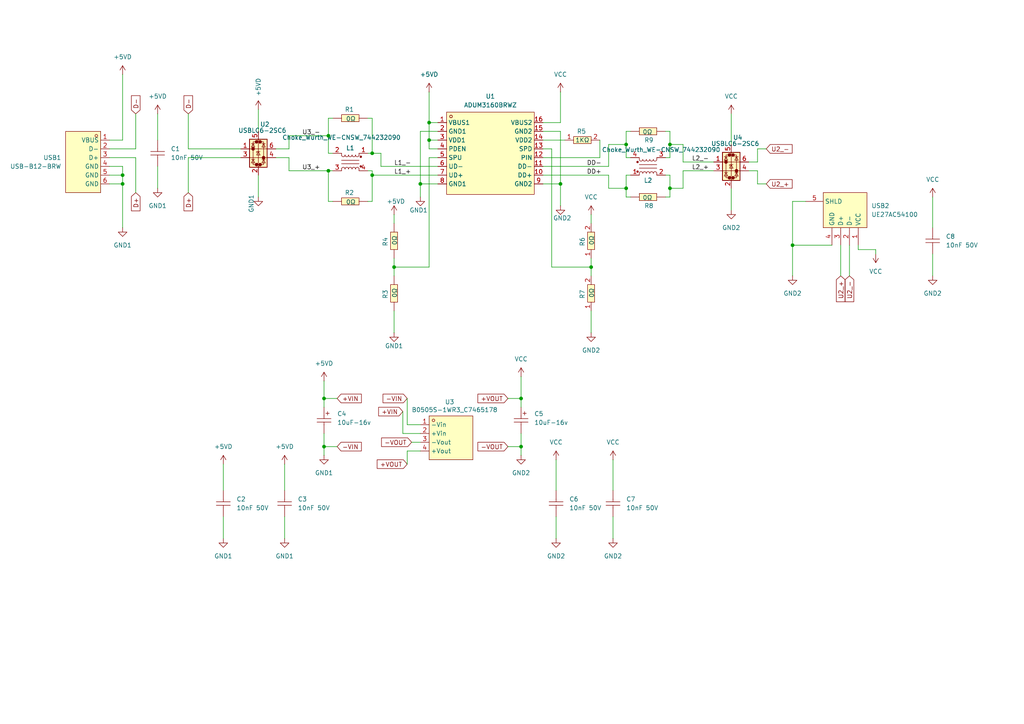
<source format=kicad_sch>
(kicad_sch (version 20250114) (generator "eeschema") (generator_version "9.0")
  (paper "A4")
  (lib_symbols
    (symbol "EasyEDA:ADUM3160BRWZ"
      (property "Reference" "U" (at 0 13.97 0))
      (property "Value" "ADUM3160BRWZ" (at 0 -13.97 0))
      (symbol "ADUM3160BRWZ_0_1"
        (rectangle (start -12.7 11.94) (end 12.7 -11.94) (fill (type background)))
        (circle (center -11.43 10.67) (radius 0.38))
        (circle (center -11.43 10.67) (radius 0.38))
        (pin unspecified line (at -15.24 8.89 0) (length 2.54) (name "VBUS1") (number "1"))
        (pin unspecified line (at -15.24 6.35 0) (length 2.54) (name "GND1") (number "2"))
        (pin unspecified line (at -15.24 3.81 0) (length 2.54) (name "VDD1") (number "3"))
        (pin unspecified line (at -15.24 1.27 0) (length 2.54) (name "PDEN") (number "4"))
        (pin unspecified line (at -15.24 -1.27 0) (length 2.54) (name "SPU") (number "5"))
        (pin unspecified line (at -15.24 -3.81 0) (length 2.54) (name "UD-") (number "6"))
        (pin unspecified line (at -15.24 -6.35 0) (length 2.54) (name "UD+") (number "7"))
        (pin unspecified line (at -15.24 -8.89 0) (length 2.54) (name "GND1") (number "8"))
        (pin unspecified line (at 15.24 8.89 180) (length 2.54) (name "VBUS2") (number "16"))
        (pin unspecified line (at 15.24 6.35 180) (length 2.54) (name "GND2") (number "15"))
        (pin unspecified line (at 15.24 3.81 180) (length 2.54) (name "VDD2") (number "14"))
        (pin unspecified line (at 15.24 1.27 180) (length 2.54) (name "SPD") (number "13"))
        (pin unspecified line (at 15.24 -1.27 180) (length 2.54) (name "PIN") (number "12"))
        (pin unspecified line (at 15.24 -3.81 180) (length 2.54) (name "DD-") (number "11"))
        (pin unspecified line (at 15.24 -6.35 180) (length 2.54) (name "DD+") (number "10"))
        (pin unspecified line (at 15.24 -8.89 180) (length 2.54) (name "GND2") (number "9"))
      )
    )
    (symbol "EasyEDA:B0505S-1WR3_C7465178"
      (property "Reference" "U" (at 0 8.89 0))
      (property "Value" "B0505S-1WR3_C7465178" (at 0 -8.89 0))
      (symbol "B0505S-1WR3_C7465178_0_1"
        (rectangle (start -6.35 6.35) (end 6.35 -6.35) (fill (type background)))
        (circle (center -5.08 5.08) (radius 0.38))
        (pin unspecified line (at -8.89 3.81 0) (length 2.54) (name "-Vin") (number "1"))
        (pin unspecified line (at -8.89 1.27 0) (length 2.54) (name "+Vin") (number "2"))
        (pin unspecified line (at -8.89 -1.27 0) (length 2.54) (name "-Vout") (number "3"))
        (pin unspecified line (at -8.89 -3.81 0) (length 2.54) (name "+Vout") (number "4"))
      )
    )
    (symbol "EasyEDA:CA45-A-16V-10UF-K" (pin_numbers (hide yes)) (pin_names (hide yes))
      (property "Reference" "C" (at 0 5.08 0))
      (property "Value" "CA45-A-16V-10UF-K" (at 0 -5.08 0))
      (symbol "CA45-A-16V-10UF-K_0_1"
        (polyline (pts (xy -0.51 0) (xy -1.27 0)))
        (polyline (pts (xy -0.51 -2.03) (xy -0.51 2.03)))
        (polyline (pts (xy 0.51 -2.03) (xy 0.51 2.03)))
        (polyline (pts (xy 1.27 0) (xy 0.51 0)))
        (polyline (pts (xy 2.03 -1.52) (xy 2.03 -0.51)))
        (polyline (pts (xy 2.54 -1.02) (xy 1.52 -1.02)))
        (pin input line (at -3.81 0 0) (length 2.54) (name "2") (number "2"))
        (pin input line (at 3.81 0 180) (length 2.54) (name "1") (number "1"))
      )
    )
    (symbol "EasyEDA:CC0402KRX7R9BB103" (pin_numbers (hide yes)) (pin_names (hide yes))
      (property "Reference" "C" (at 0 5.08 0))
      (property "Value" "CC0402KRX7R9BB103" (at 0 -5.08 0))
      (symbol "CC0402KRX7R9BB103_0_1"
        (polyline (pts (xy -1.27 0) (xy -0.51 0)))
        (polyline (pts (xy -0.51 2.03) (xy -0.51 -2.03)))
        (polyline (pts (xy 0.51 2.03) (xy 0.51 -2.03)))
        (polyline (pts (xy 0.51 0) (xy 1.27 0)))
        (pin input line (at -3.81 0 0) (length 2.54) (name "1") (number "1"))
        (pin input line (at 3.81 0 180) (length 2.54) (name "2") (number "2"))
      )
    )
    (symbol "EasyEDA:RC0402FR-070RL" (pin_names (hide yes))
      (property "Reference" "R" (at 0 5.08 0))
      (property "Value" "RC0402FR-070RL" (at 0 -5.08 0))
      (symbol "RC0402FR-070RL_0_1"
        (rectangle (start -2.54 1.02) (end 2.54 -1.02) (fill (type background)))
        (pin input line (at -5.08 0 0) (length 2.54) (name "1") (number "1"))
        (pin input line (at 5.08 0 180) (length 2.54) (name "2") (number "2"))
      )
    )
    (symbol "EasyEDA:UE27AC54100"
      (property "Reference" "USB" (at 0 7.62 0))
      (property "Value" "UE27AC54100" (at 0 -17.78 0))
      (symbol "UE27AC54100_0_1"
        (rectangle (start -5.08 5.08) (end 5.08 -7.62) (fill (type background)))
        (pin unspecified line (at -2.54 -12.7 90) (length 5.08) (name "SHLD") (number "5"))
        (pin input line (at 10.16 2.54 180) (length 5.08) (name "VCC") (number "1"))
        (pin input line (at 10.16 0 180) (length 5.08) (name "D-") (number "2"))
        (pin input line (at 10.16 -2.54 180) (length 5.08) (name "D+") (number "3"))
        (pin input line (at 10.16 -5.08 180) (length 5.08) (name "GND") (number "4"))
      )
    )
    (symbol "EasyEDA:USB-B12-BRW"
      (property "Reference" "USB" (at 0 11.43 0))
      (property "Value" "USB-B12-BRW" (at 0 -11.43 0))
      (symbol "USB-B12-BRW_0_1"
        (rectangle (start -5.08 8.89) (end 5.08 -8.89) (fill (type background)))
        (circle (center -3.81 7.62) (radius 0.38))
        (pin unspecified line (at -7.62 6.35 0) (length 2.54) (name "VBUS") (number "1"))
        (pin unspecified line (at -7.62 3.81 0) (length 2.54) (name "D-") (number "2"))
        (pin unspecified line (at -7.62 1.27 0) (length 2.54) (name "D+") (number "3"))
        (pin unspecified line (at -7.62 -1.27 0) (length 2.54) (name "GND") (number "4"))
        (pin unspecified line (at -7.62 -3.81 0) (length 2.54) (name "GND") (number "5"))
        (pin unspecified line (at -7.62 -6.35 0) (length 2.54) (name "GND") (number "6"))
      )
    )
    (symbol "Filter:Choke_Wurth_WE-CNSW_744232090"
      (property "Reference" "L" (at 0 5.08 0))
      (property "Value" "Choke_Wurth_WE-CNSW_744232090" (at 0 -5.08 0))
      (symbol "Choke_Wurth_WE-CNSW_744232090_1_1"
        (circle (center -3.048 1.524) (radius 0.254) (fill (type outline)))
        (circle (center -3.048 -1.27) (radius 0.254) (fill (type outline)))
        (polyline (pts (xy -2.54 2.032) (xy -2.54 2.54)))
        (polyline (pts (xy -2.54 0.508) (xy 2.54 0.508)))
        (polyline (pts (xy -2.54 -2.032) (xy -2.54 -2.54)))
        (arc (start -1.524 2.032) (mid -2.032 1.5262) (end -2.54 2.032))
        (arc (start -2.54 -2.032) (mid -2.032 -1.5262) (end -1.524 -2.032))
        (arc (start -0.508 2.032) (mid -1.016 1.5262) (end -1.524 2.032))
        (arc (start -1.524 -2.032) (mid -1.016 -1.5262) (end -0.508 -2.032))
        (arc (start 0.508 2.032) (mid 0 1.5262) (end -0.508 2.032))
        (arc (start -0.508 -2.032) (mid 0 -1.5262) (end 0.508 -2.032))
        (arc (start 1.524 2.032) (mid 1.016 1.5262) (end 0.508 2.032))
        (arc (start 0.508 -2.032) (mid 1.016 -1.5262) (end 1.524 -2.032))
        (arc (start 2.54 2.032) (mid 2.032 1.5262) (end 1.524 2.032))
        (arc (start 1.524 -2.032) (mid 2.032 -1.5262) (end 2.54 -2.032))
        (polyline (pts (xy 2.54 2.54) (xy 2.54 2.032)))
        (polyline (pts (xy 2.54 -0.508) (xy -2.54 -0.508)))
        (polyline (pts (xy 2.54 -2.032) (xy 2.54 -2.54)))
        (pin passive line (at -5.08 2.54 0) (length 2.54) (name "") (number "1"))
        (pin passive line (at -5.08 -2.54 0) (length 2.54) (name "") (number "4"))
        (pin passive line (at 5.08 2.54 180) (length 2.54) (name "") (number "2"))
        (pin passive line (at 5.08 -2.54 180) (length 2.54) (name "") (number "3"))
      )
    )
    (symbol "Power_Protection:USBLC6-2SC6" (pin_names (hide yes))
      (property "Reference" "U" (at 0.635 5.715 0))
      (property "Value" "USBLC6-2SC6" (at 0.635 3.81 0))
      (symbol "USBLC6-2SC6_0_0"
        (circle (center -1.524 0) (radius 0.0001) (stroke (width 0.508)))
        (circle (center -0.508 2.032) (radius 0.0001) (stroke (width 0.508)))
        (circle (center -0.508 -4.572) (radius 0.0001) (stroke (width 0.508)))
        (circle (center 0.508 2.032) (radius 0.0001) (stroke (width 0.508)))
        (circle (center 0.508 -4.572) (radius 0.0001) (stroke (width 0.508)))
        (circle (center 1.524 -2.54) (radius 0.0001) (stroke (width 0.508)))
      )
      (symbol "USBLC6-2SC6_0_1"
        (polyline (pts (xy -2.54 0) (xy 2.54 0)))
        (polyline (pts (xy -2.54 -2.54) (xy 2.54 -2.54)))
        (polyline (pts (xy -2.032 0.508) (xy -1.016 0.508) (xy -1.524 1.524) (xy -2.032 0.508)))
        (polyline (pts (xy -2.032 -3.048) (xy -1.016 -3.048)))
        (polyline (pts (xy -1.016 1.524) (xy -2.032 1.524)))
        (polyline (pts (xy -1.016 -4.064) (xy -2.032 -4.064) (xy -1.524 -3.048) (xy -1.016 -4.064)))
        (polyline (pts (xy -0.508 -1.143) (xy -0.508 -0.762) (xy 0.508 -0.762)))
        (polyline (pts (xy 0 2.54) (xy -0.508 2.032) (xy 0.508 2.032) (xy 0 1.524) (xy 0 -4.064) (xy -0.508 -4.572) (xy 0.508 -4.572) (xy 0 -5.08)))
        (polyline (pts (xy 0.508 -1.778) (xy -0.508 -1.778) (xy 0 -0.762) (xy 0.508 -1.778)))
        (polyline (pts (xy 1.016 1.524) (xy 2.032 1.524)))
        (polyline (pts (xy 1.016 -3.048) (xy 2.032 -3.048)))
        (polyline (pts (xy 2.032 0.508) (xy 1.016 0.508) (xy 1.524 1.524) (xy 2.032 0.508)))
        (polyline (pts (xy 2.032 -4.064) (xy 1.016 -4.064) (xy 1.524 -3.048) (xy 2.032 -4.064)))
      )
      (symbol "USBLC6-2SC6_1_1"
        (rectangle (start -2.54 2.794) (end 2.54 -5.334) (stroke (width 0.254)) (fill (type background)))
        (polyline (pts (xy -0.508 2.032) (xy -1.524 2.032) (xy -1.524 -4.572) (xy -0.508 -4.572)))
        (polyline (pts (xy 0.508 -4.572) (xy 1.524 -4.572) (xy 1.524 2.032) (xy 0.508 2.032)))
        (pin passive line (at -5.08 0 0) (length 2.54) (name "I/O1") (number "1"))
        (pin passive line (at -5.08 -2.54 0) (length 2.54) (name "I/O2") (number "3"))
        (pin passive line (at 0 5.08 270) (length 2.54) (name "VBUS") (number "5"))
        (pin passive line (at 0 -7.62 90) (length 2.54) (name "GND") (number "2"))
        (pin passive line (at 5.08 0 180) (length 2.54) (name "I/O1") (number "6"))
        (pin passive line (at 5.08 -2.54 180) (length 2.54) (name "I/O2") (number "4"))
      )
    )
    (symbol "RC0402FR-070RL_1" (pin_numbers (hide yes)) (pin_names (hide yes))
      (property "Reference" "R" (at 0 5.08 0))
      (property "Value" "RC0402FR-070RL" (at 0 -5.08 0))
      (symbol "RC0402FR-070RL_1_0_1"
        (rectangle (start -2.54 1.02) (end 2.54 -1.02) (fill (type background)))
        (pin input line (at -5.08 0 0) (length 2.54) (name "1") (number "1"))
        (pin input line (at 5.08 0 180) (length 2.54) (name "2") (number "2"))
      )
    )
    (symbol "RC0402FR-070RL_2" (pin_numbers (hide yes)) (pin_names (hide yes))
      (property "Reference" "R" (at 0 5.08 0))
      (property "Value" "RC0402FR-070RL" (at 0 -5.08 0))
      (symbol "RC0402FR-070RL_2_0_1"
        (rectangle (start -2.54 1.02) (end 2.54 -1.02) (fill (type background)))
        (pin input line (at -5.08 0 0) (length 2.54) (name "1") (number "1"))
        (pin input line (at 5.08 0 180) (length 2.54) (name "2") (number "2"))
      )
    )
    (symbol "RC0402FR-070RL_3" (pin_numbers (hide yes)) (pin_names (hide yes))
      (property "Reference" "R" (at 0 5.08 0))
      (property "Value" "RC0402FR-070RL" (at 0 -5.08 0))
      (symbol "RC0402FR-070RL_3_0_1"
        (rectangle (start -2.54 1.02) (end 2.54 -1.02) (fill (type background)))
        (pin input line (at -5.08 0 0) (length 2.54) (name "1") (number "1"))
        (pin input line (at 5.08 0 180) (length 2.54) (name "2") (number "2"))
      )
    )
    (symbol "RC0402FR-070RL_4" (pin_numbers (hide yes)) (pin_names (hide yes))
      (property "Reference" "R" (at 0 5.08 0))
      (property "Value" "RC0402FR-070RL" (at 0 -5.08 0))
      (symbol "RC0402FR-070RL_4_0_1"
        (rectangle (start -2.54 1.02) (end 2.54 -1.02) (fill (type background)))
        (pin input line (at -5.08 0 0) (length 2.54) (name "1") (number "1"))
        (pin input line (at 5.08 0 180) (length 2.54) (name "2") (number "2"))
      )
    )
    (symbol "RC0402FR-070RL_5" (pin_numbers (hide yes)) (pin_names (hide yes))
      (property "Reference" "R" (at 0 5.08 0))
      (property "Value" "RC0402FR-070RL" (at 0 -5.08 0))
      (symbol "RC0402FR-070RL_5_0_1"
        (rectangle (start -2.54 1.02) (end 2.54 -1.02) (fill (type background)))
        (pin input line (at -5.08 0 0) (length 2.54) (name "1") (number "1"))
        (pin input line (at 5.08 0 180) (length 2.54) (name "2") (number "2"))
      )
    )
    (symbol "RC0402FR-070RL_6" (pin_numbers (hide yes)) (pin_names (hide yes))
      (property "Reference" "R" (at 0 5.08 0))
      (property "Value" "RC0402FR-070RL" (at 0 -5.08 0))
      (symbol "RC0402FR-070RL_6_0_1"
        (rectangle (start -2.54 1.02) (end 2.54 -1.02) (fill (type background)))
        (pin input line (at -5.08 0 0) (length 2.54) (name "1") (number "1"))
        (pin input line (at 5.08 0 180) (length 2.54) (name "2") (number "2"))
      )
    )
    (symbol "power:+5VD" (power) (pin_numbers (hide yes)) (pin_names (offset 0) (hide yes))
      (property "Value" "+5VD" (at 0 3.556 0))
      (symbol "+5VD_0_1"
        (polyline (pts (xy -0.762 1.27) (xy 0 2.54)))
        (polyline (pts (xy 0 2.54) (xy 0.762 1.27)))
        (polyline (pts (xy 0 0) (xy 0 2.54)))
      )
      (symbol "+5VD_1_1"
        (pin power_in line (at 0 0 90) (length 0) (name "~") (number "1"))
      )
    )
    (symbol "power:GND1" (power) (pin_numbers (hide yes)) (pin_names (offset 0) (hide yes))
      (property "Value" "GND1" (at 0 -3.81 0))
      (symbol "GND1_0_1"
        (polyline (pts (xy 0 0) (xy 0 -1.27) (xy 1.27 -1.27) (xy 0 -2.54) (xy -1.27 -1.27) (xy 0 -1.27)))
      )
      (symbol "GND1_1_1"
        (pin power_in line (at 0 0 270) (length 0) (name "~") (number "1"))
      )
    )
    (symbol "power:GND2" (power) (pin_numbers (hide yes)) (pin_names (offset 0) (hide yes))
      (property "Value" "GND2" (at 0 -3.81 0))
      (symbol "GND2_0_1"
        (polyline (pts (xy 0 0) (xy 0 -1.27) (xy 1.27 -1.27) (xy 0 -2.54) (xy -1.27 -1.27) (xy 0 -1.27)))
      )
      (symbol "GND2_1_1"
        (pin power_in line (at 0 0 270) (length 0) (name "~") (number "1"))
      )
    )
    (symbol "power:VCC" (power) (pin_numbers (hide yes)) (pin_names (offset 0) (hide yes))
      (property "Value" "VCC" (at 0 3.556 0))
      (symbol "VCC_0_1"
        (polyline (pts (xy -0.762 1.27) (xy 0 2.54)))
        (polyline (pts (xy 0 2.54) (xy 0.762 1.27)))
        (polyline (pts (xy 0 0) (xy 0 2.54)))
      )
      (symbol "VCC_1_1"
        (pin power_in line (at 0 0 90) (length 0) (name "~") (number "1"))
      )
    )
  )
  (text "1KΩ" (at 168.91 40.894 0) (effects (font (size 1.27 1.27))))
  (junction (at 171.45 77.47))
  (junction (at 181.61 54.61))
  (junction (at 35.56 50.8))
  (junction (at 121.92 53.34))
  (junction (at 151.13 115.57))
  (junction (at 93.98 129.54))
  (junction (at 124.46 40.64))
  (junction (at 107.95 50.8))
  (junction (at 194.31 41.91))
  (junction (at 114.3 77.47))
  (junction (at 107.95 44.45))
  (junction (at 35.56 53.34))
  (junction (at 93.98 115.57))
  (junction (at 229.87 71.12))
  (junction (at 194.31 54.61))
  (junction (at 124.46 35.56))
  (junction (at 151.13 129.54))
  (junction (at 181.61 41.91))
  (junction (at 162.56 53.34))
  (junction (at 95.25 39.37))
  (junction (at 95.25 49.53))
  (wire (pts (xy 193.04 45.72) (xy 194.31 45.72)))
  (wire (pts (xy 121.92 53.34) (xy 127 53.34)))
  (wire (pts (xy 83.82 49.53) (xy 95.25 49.53)))
  (wire (pts (xy 64.77 149.86) (xy 64.77 156.21)))
  (wire (pts (xy 182.88 38.1) (xy 181.61 38.1)))
  (wire (pts (xy 171.45 90.17) (xy 171.45 96.52)))
  (wire (pts (xy 35.56 66.04) (xy 35.56 53.34)))
  (wire (pts (xy 246.38 71.12) (xy 246.38 80.01)))
  (wire (pts (xy 171.45 77.47) (xy 171.45 80.01)))
  (wire (pts (xy 219.71 46.99) (xy 219.71 43.18)))
  (wire (pts (xy 39.37 33.02) (xy 39.37 43.18)))
  (wire (pts (xy 39.37 55.88) (xy 39.37 45.72)))
  (wire (pts (xy 97.79 129.54) (xy 93.98 129.54)))
  (wire (pts (xy 83.82 45.72) (xy 80.01 45.72)))
  (wire (pts (xy 157.48 50.8) (xy 176.53 50.8)))
  (wire (pts (xy 124.46 26.67) (xy 124.46 35.56)))
  (wire (pts (xy 54.61 33.02) (xy 54.61 43.18)))
  (wire (pts (xy 157.48 40.64) (xy 163.83 40.64)))
  (wire (pts (xy 114.3 74.93) (xy 114.3 77.47)))
  (wire (pts (xy 39.37 43.18) (xy 31.75 43.18)))
  (wire (pts (xy 248.92 72.39) (xy 254 72.39)))
  (wire (pts (xy 96.52 49.53) (xy 95.25 49.53)))
  (wire (pts (xy 176.53 50.8) (xy 176.53 54.61)))
  (wire (pts (xy 124.46 35.56) (xy 124.46 40.64)))
  (wire (pts (xy 80.01 43.18) (xy 83.82 43.18)))
  (wire (pts (xy 219.71 53.34) (xy 222.25 53.34)))
  (wire (pts (xy 93.98 115.57) (xy 93.98 118.11)))
  (wire (pts (xy 217.17 49.53) (xy 219.71 49.53)))
  (wire (pts (xy 198.12 49.53) (xy 198.12 54.61)))
  (wire (pts (xy 243.84 71.12) (xy 243.84 80.01)))
  (wire (pts (xy 161.29 133.35) (xy 161.29 142.24)))
  (wire (pts (xy 207.01 46.99) (xy 198.12 46.99)))
  (wire (pts (xy 39.37 45.72) (xy 31.75 45.72)))
  (wire (pts (xy 176.53 41.91) (xy 176.53 48.26)))
  (wire (pts (xy 93.98 110.49) (xy 93.98 115.57)))
  (wire (pts (xy 254 72.39) (xy 254 73.66)))
  (wire (pts (xy 124.46 77.47) (xy 114.3 77.47)))
  (wire (pts (xy 64.77 134.62) (xy 64.77 142.24)))
  (wire (pts (xy 95.25 39.37) (xy 95.25 44.45)))
  (wire (pts (xy 114.3 90.17) (xy 114.3 96.52)))
  (wire (pts (xy 31.75 50.8) (xy 35.56 50.8)))
  (wire (pts (xy 74.93 31.75) (xy 74.93 38.1)))
  (wire (pts (xy 194.31 41.91) (xy 194.31 38.1)))
  (wire (pts (xy 217.17 46.99) (xy 219.71 46.99)))
  (wire (pts (xy 93.98 125.73) (xy 93.98 129.54)))
  (wire (pts (xy 181.61 45.72) (xy 181.61 41.91)))
  (wire (pts (xy 194.31 57.15) (xy 193.04 57.15)))
  (wire (pts (xy 121.92 38.1) (xy 121.92 53.34)))
  (wire (pts (xy 118.11 115.57) (xy 118.11 123.19)))
  (wire (pts (xy 127 35.56) (xy 124.46 35.56)))
  (wire (pts (xy 198.12 54.61) (xy 194.31 54.61)))
  (wire (pts (xy 194.31 38.1) (xy 193.04 38.1)))
  (wire (pts (xy 171.45 62.23) (xy 171.45 64.77)))
  (wire (pts (xy 118.11 123.19) (xy 121.92 123.19)))
  (wire (pts (xy 35.56 50.8) (xy 35.56 48.26)))
  (wire (pts (xy 219.71 49.53) (xy 219.71 53.34)))
  (wire (pts (xy 207.01 49.53) (xy 198.12 49.53)))
  (wire (pts (xy 173.99 45.72) (xy 157.48 45.72)))
  (wire (pts (xy 212.09 54.61) (xy 212.09 60.96)))
  (wire (pts (xy 83.82 49.53) (xy 83.82 45.72)))
  (wire (pts (xy 107.95 44.45) (xy 106.68 44.45)))
  (wire (pts (xy 127 45.72) (xy 124.46 45.72)))
  (wire (pts (xy 116.84 125.73) (xy 121.92 125.73)))
  (wire (pts (xy 118.11 130.81) (xy 121.92 130.81)))
  (wire (pts (xy 107.95 49.53) (xy 106.68 49.53)))
  (wire (pts (xy 116.84 119.38) (xy 116.84 125.73)))
  (wire (pts (xy 110.49 44.45) (xy 107.95 44.45)))
  (wire (pts (xy 35.56 40.64) (xy 35.56 21.59)))
  (wire (pts (xy 194.31 54.61) (xy 194.31 50.8)))
  (wire (pts (xy 181.61 45.72) (xy 182.88 45.72)))
  (wire (pts (xy 162.56 38.1) (xy 162.56 53.34)))
  (wire (pts (xy 83.82 39.37) (xy 83.82 43.18)))
  (wire (pts (xy 181.61 50.8) (xy 182.88 50.8)))
  (wire (pts (xy 127 43.18) (xy 124.46 43.18)))
  (wire (pts (xy 82.55 149.86) (xy 82.55 156.21)))
  (wire (pts (xy 270.51 73.66) (xy 270.51 80.01)))
  (wire (pts (xy 119.38 128.27) (xy 121.92 128.27)))
  (wire (pts (xy 121.92 57.15) (xy 121.92 53.34)))
  (wire (pts (xy 35.56 53.34) (xy 35.56 50.8)))
  (wire (pts (xy 151.13 109.22) (xy 151.13 115.57)))
  (wire (pts (xy 157.48 53.34) (xy 162.56 53.34)))
  (wire (pts (xy 31.75 53.34) (xy 35.56 53.34)))
  (wire (pts (xy 198.12 41.91) (xy 194.31 41.91)))
  (wire (pts (xy 74.93 50.8) (xy 74.93 57.15)))
  (wire (pts (xy 160.02 43.18) (xy 160.02 77.47)))
  (wire (pts (xy 124.46 43.18) (xy 124.46 40.64)))
  (wire (pts (xy 157.48 35.56) (xy 162.56 35.56)))
  (wire (pts (xy 151.13 115.57) (xy 151.13 118.11)))
  (wire (pts (xy 127 38.1) (xy 121.92 38.1)))
  (wire (pts (xy 177.8 133.35) (xy 177.8 142.24)))
  (wire (pts (xy 147.32 129.54) (xy 151.13 129.54)))
  (wire (pts (xy 157.48 38.1) (xy 162.56 38.1)))
  (wire (pts (xy 194.31 45.72) (xy 194.31 41.91)))
  (wire (pts (xy 162.56 53.34) (xy 162.56 59.69)))
  (wire (pts (xy 95.25 58.42) (xy 96.52 58.42)))
  (wire (pts (xy 54.61 45.72) (xy 69.85 45.72)))
  (wire (pts (xy 110.49 48.26) (xy 110.49 44.45)))
  (wire (pts (xy 181.61 41.91) (xy 181.61 38.1)))
  (wire (pts (xy 83.82 39.37) (xy 95.25 39.37)))
  (wire (pts (xy 107.95 34.29) (xy 107.95 44.45)))
  (wire (pts (xy 248.92 71.12) (xy 248.92 72.39)))
  (wire (pts (xy 157.48 43.18) (xy 160.02 43.18)))
  (wire (pts (xy 177.8 149.86) (xy 177.8 156.21)))
  (wire (pts (xy 106.68 58.42) (xy 107.95 58.42)))
  (wire (pts (xy 118.11 134.62) (xy 118.11 130.81)))
  (wire (pts (xy 31.75 40.64) (xy 35.56 40.64)))
  (wire (pts (xy 194.31 50.8) (xy 193.04 50.8)))
  (wire (pts (xy 173.99 40.64) (xy 173.99 45.72)))
  (wire (pts (xy 157.48 48.26) (xy 176.53 48.26)))
  (wire (pts (xy 161.29 149.86) (xy 161.29 156.21)))
  (wire (pts (xy 45.72 33.02) (xy 45.72 40.64)))
  (wire (pts (xy 229.87 58.42) (xy 233.68 58.42)))
  (wire (pts (xy 107.95 50.8) (xy 107.95 49.53)))
  (wire (pts (xy 96.52 34.29) (xy 95.25 34.29)))
  (wire (pts (xy 95.25 44.45) (xy 96.52 44.45)))
  (wire (pts (xy 219.71 43.18) (xy 222.25 43.18)))
  (wire (pts (xy 160.02 77.47) (xy 171.45 77.47)))
  (wire (pts (xy 107.95 50.8) (xy 127 50.8)))
  (wire (pts (xy 229.87 71.12) (xy 229.87 58.42)))
  (wire (pts (xy 124.46 45.72) (xy 124.46 77.47)))
  (wire (pts (xy 93.98 115.57) (xy 97.79 115.57)))
  (wire (pts (xy 95.25 49.53) (xy 95.25 58.42)))
  (wire (pts (xy 54.61 43.18) (xy 69.85 43.18)))
  (wire (pts (xy 176.53 41.91) (xy 181.61 41.91)))
  (wire (pts (xy 127 48.26) (xy 110.49 48.26)))
  (wire (pts (xy 198.12 41.91) (xy 198.12 46.99)))
  (wire (pts (xy 171.45 74.93) (xy 171.45 77.47)))
  (wire (pts (xy 124.46 40.64) (xy 127 40.64)))
  (wire (pts (xy 181.61 54.61) (xy 181.61 50.8)))
  (wire (pts (xy 270.51 57.15) (xy 270.51 66.04)))
  (wire (pts (xy 54.61 55.88) (xy 54.61 45.72)))
  (wire (pts (xy 151.13 129.54) (xy 151.13 132.08)))
  (wire (pts (xy 114.3 77.47) (xy 114.3 80.01)))
  (wire (pts (xy 151.13 125.73) (xy 151.13 129.54)))
  (wire (pts (xy 35.56 48.26) (xy 31.75 48.26)))
  (wire (pts (xy 82.55 134.62) (xy 82.55 142.24)))
  (wire (pts (xy 162.56 35.56) (xy 162.56 26.67)))
  (wire (pts (xy 107.95 58.42) (xy 107.95 50.8)))
  (wire (pts (xy 176.53 54.61) (xy 181.61 54.61)))
  (wire (pts (xy 194.31 57.15) (xy 194.31 54.61)))
  (wire (pts (xy 106.68 34.29) (xy 107.95 34.29)))
  (wire (pts (xy 229.87 71.12) (xy 229.87 80.01)))
  (wire (pts (xy 182.88 57.15) (xy 181.61 57.15)))
  (wire (pts (xy 45.72 48.26) (xy 45.72 54.61)))
  (wire (pts (xy 114.3 62.23) (xy 114.3 64.77)))
  (wire (pts (xy 181.61 57.15) (xy 181.61 54.61)))
  (wire (pts (xy 147.32 115.57) (xy 151.13 115.57)))
  (wire (pts (xy 229.87 71.12) (xy 241.3 71.12)))
  (wire (pts (xy 93.98 129.54) (xy 93.98 132.08)))
  (wire (pts (xy 212.09 33.02) (xy 212.09 41.91)))
  (wire (pts (xy 95.25 34.29) (xy 95.25 39.37)))
  (label "0Ω" (at 189.23 58.42 180))
  (label "U3_+" (at 87.63 49.53 0))
  (label "L2_-" (at 200.66 46.99 0))
  (label "0Ω" (at 115.57 86.36 90))
  (label "L2_+" (at 200.66 49.53 0))
  (label "DD-" (at 170.18 48.26 0))
  (label "0Ω" (at 100.33 59.69 0))
  (label "DD+" (at 170.18 50.8 0))
  (label "0Ω" (at 172.72 71.12 90))
  (label "L1_-" (at 114.3 48.26 0))
  (label "0Ω" (at 172.72 86.36 90))
  (label "U3_-" (at 87.63 39.37 0))
  (label "0Ω" (at 115.57 71.12 90))
  (label "L1_+" (at 114.3 50.8 0))
  (label "0Ω" (at 100.33 35.56 0))
  (label "0Ω" (at 189.23 39.37 180))
  (global_label "-VOUT" (shape input) (at 119.38 128.27 180) (property "Intersheetrefs" "${INTERSHEET_REFS}" (effects (hide yes))))
  (global_label "-VOUT" (shape input) (at 147.32 129.54 180) (property "Intersheetrefs" "${INTERSHEET_REFS}" (effects (hide yes))))
  (global_label "U2_-" (shape input) (at 246.38 80.01 270) (property "Intersheetrefs" "${INTERSHEET_REFS}" (effects (hide yes))))
  (global_label "U2_-" (shape input) (at 222.25 43.18 0) (property "Intersheetrefs" "${INTERSHEET_REFS}" (effects (hide yes))))
  (global_label "U2_+" (shape input) (at 243.84 80.01 270) (property "Intersheetrefs" "${INTERSHEET_REFS}" (effects (hide yes))))
  (global_label "U2_+" (shape input) (at 222.25 53.34 0) (property "Intersheetrefs" "${INTERSHEET_REFS}" (effects (hide yes))))
  (global_label "-VIN" (shape input) (at 118.11 115.57 180) (property "Intersheetrefs" "${INTERSHEET_REFS}" (effects (hide yes))))
  (global_label "+VIN" (shape input) (at 97.79 115.57 0) (property "Intersheetrefs" "${INTERSHEET_REFS}" (effects (hide yes))))
  (global_label "D-" (shape input) (at 54.61 33.02 90) (property "Intersheetrefs" "${INTERSHEET_REFS}" (effects (hide yes))))
  (global_label "D+" (shape input) (at 54.61 55.88 270) (property "Intersheetrefs" "${INTERSHEET_REFS}" (effects (hide yes))))
  (global_label "D-" (shape input) (at 39.37 33.02 90) (property "Intersheetrefs" "${INTERSHEET_REFS}" (effects (hide yes))))
  (global_label "+VOUT" (shape input) (at 118.11 134.62 180) (property "Intersheetrefs" "${INTERSHEET_REFS}" (effects (hide yes))))
  (global_label "-VIN" (shape input) (at 97.79 129.54 0) (property "Intersheetrefs" "${INTERSHEET_REFS}" (effects (hide yes))))
  (global_label "+VIN" (shape input) (at 116.84 119.38 180) (property "Intersheetrefs" "${INTERSHEET_REFS}" (effects (hide yes))))
  (global_label "+VOUT" (shape input) (at 147.32 115.57 180) (property "Intersheetrefs" "${INTERSHEET_REFS}" (effects (hide yes))))
  (global_label "D+" (shape input) (at 39.37 55.88 270) (property "Intersheetrefs" "${INTERSHEET_REFS}" (effects (hide yes))))
  (symbol (lib_id "power:GND2") (at 270.51 80.01 0) (unit 1)
    (property "Reference" "#PWR032" (effects (hide yes)))
    (property "Value" "GND2" (at 270.51 85.09 0))
    (property "Description" "Power symbol creates a global label with name \"GND2\" , ground" (effects (hide yes)))
  )
  (symbol (lib_id "power:GND1") (at 74.93 57.15 0) (unit 1)
    (property "Reference" "#PWR05" (effects (hide yes)))
    (property "Value" "GND1" (at 72.898 56.388 90) (effects (justify right)))
    (property "Description" "Power symbol creates a global label with name \"GND1\" , ground" (effects (hide yes)))
  )
  (symbol (lib_id "Filter:Choke_Wurth_WE-CNSW_744232090") (at 101.6 46.99 0) (mirror y) (unit 1)
    (property "Reference" "L1" (at 101.6 42.926 0))
    (property "Value" "Choke_Wurth_WE-CNSW_744232090" (at 99.06 39.878 0))
    (property "Footprint" "Inductor_SMD:L_CommonMode_Wurth_WE-CNSW-1206" (effects (hide yes)))
    (property "Datasheet" "https://www.we-online.com/components/products/datasheet/744232090.pdf" (effects (hide yes)))
    (property "Description" "Common mode choke, 370 mA, 125VDC, USB2.0, 111 nH" (effects (hide yes)))
  )
  (symbol (lib_id "Filter:Choke_Wurth_WE-CNSW_744232090") (at 187.96 48.26 0) (mirror x) (unit 1)
    (property "Reference" "L2" (at 187.96 52.324 0))
    (property "Value" "Choke_Wurth_WE-CNSW_744232090" (at 191.77 43.434 0))
    (property "Footprint" "Inductor_SMD:L_CommonMode_Wurth_WE-CNSW-1206" (effects (hide yes)))
    (property "Datasheet" "https://www.we-online.com/components/products/datasheet/744232090.pdf" (effects (hide yes)))
    (property "Description" "Common mode choke, 370 mA, 125VDC, USB2.0, 111 nH" (effects (hide yes)))
  )
  (symbol (lib_id "power:GND2") (at 162.56 59.69 0) (unit 1)
    (property "Reference" "#PWR024" (effects (hide yes)))
    (property "Value" "GND2" (at 163.068 63.246 0))
    (property "Description" "Power symbol creates a global label with name \"GND2\" , ground" (effects (hide yes)))
  )
  (symbol (lib_id "power:VCC") (at 177.8 133.35 0) (unit 1)
    (property "Reference" "#PWR021" (effects (hide yes)))
    (property "Value" "VCC" (at 177.8 128.27 0))
    (property "Description" "Power symbol creates a global label with name \"VCC\"" (effects (hide yes)))
  )
  (symbol (lib_id "power:GND2") (at 177.8 156.21 0) (unit 1)
    (property "Reference" "#PWR022" (effects (hide yes)))
    (property "Value" "GND2" (at 177.8 161.29 0))
    (property "Description" "Power symbol creates a global label with name \"GND2\" , ground" (effects (hide yes)))
  )
  (symbol (lib_id "power:+5VD") (at 35.56 21.59 0) (unit 1)
    (property "Reference" "#PWR03" (effects (hide yes)))
    (property "Value" "+5VD" (at 35.56 16.51 0))
    (property "Description" "Power symbol creates a global label with name \"+5VD\"" (effects (hide yes)))
  )
  (symbol (lib_id "power:GND1") (at 35.56 66.04 0) (unit 1)
    (property "Reference" "#PWR04" (effects (hide yes)))
    (property "Value" "GND1" (at 35.56 71.12 0))
    (property "Description" "Power symbol creates a global label with name \"GND1\" , ground" (effects (hide yes)))
  )
  (symbol (lib_id "EasyEDA:USB-B12-BRW") (at 24.13 46.99 0) (mirror y) (unit 1)
    (property "Reference" "USB1" (at 17.78 45.7199 0) (effects (justify left)))
    (property "Value" "USB-B12-BRW" (at 17.78 48.2599 0) (effects (justify left)))
    (property "Footprint" "EasyEDA:USB-B-TH_USB-B12-BRW" (effects (hide yes)))
    (property "Datasheet" "https://lcsc.com/product-detail/USB-Connectors_XUNPU-USB-B12-BRW_C720550.html" (effects (hide yes)))
    (property "LCSC Part" "C720550" (effects (hide yes)))
  )
  (symbol (lib_id "power:+5VD") (at 124.46 26.67 0) (unit 1)
    (property "Reference" "#PWR08" (effects (hide yes)))
    (property "Value" "+5VD" (at 124.46 21.59 0))
    (property "Description" "Power symbol creates a global label with name \"+5VD\"" (effects (hide yes)))
  )
  (symbol (lib_id "power:VCC") (at 212.09 33.02 0) (unit 1)
    (property "Reference" "#PWR028" (effects (hide yes)))
    (property "Value" "VCC" (at 212.09 27.94 0))
    (property "Description" "Power symbol creates a global label with name \"VCC\"" (effects (hide yes)))
  )
  (symbol (lib_id "power:+5VD") (at 82.55 134.62 0) (unit 1)
    (property "Reference" "#PWR013" (effects (hide yes)))
    (property "Value" "+5VD" (at 82.55 129.54 0))
    (property "Description" "Power symbol creates a global label with name \"+5VD\"" (effects (hide yes)))
  )
  (symbol (lib_id "EasyEDA:CC0402KRX7R9BB103") (at 64.77 146.05 270) (unit 1)
    (property "Reference" "C2" (at 68.58 144.7799 90) (effects (justify left)))
    (property "Value" "10nF 50V" (at 68.58 147.3199 90) (effects (justify left)))
    (property "Footprint" "EasyEDA:C0402" (effects (hide yes)))
    (property "Datasheet" "https://lcsc.com/product-detail/Multilayer-Ceramic-Capacitors-MLCC-SMD-SMT_10nF-103-10-50V_C60133.html" (effects (hide yes)))
    (property "LCSC Part" "C60133" (effects (hide yes)))
  )
  (symbol (lib_id "power:+5VD") (at 45.72 33.02 0) (unit 1)
    (property "Reference" "#PWR02" (effects (hide yes)))
    (property "Value" "+5VD" (at 45.72 27.94 0))
    (property "Description" "Power symbol creates a global label with name \"+5VD\"" (effects (hide yes)))
  )
  (symbol (lib_id "power:+5VD") (at 64.77 134.62 0) (unit 1)
    (property "Reference" "#PWR011" (effects (hide yes)))
    (property "Value" "+5VD" (at 64.77 129.54 0))
    (property "Description" "Power symbol creates a global label with name \"+5VD\"" (effects (hide yes)))
  )
  (symbol (lib_id "power:GND2") (at 151.13 132.08 0) (unit 1)
    (property "Reference" "#PWR018" (effects (hide yes)))
    (property "Value" "GND2" (at 151.13 137.16 0))
    (property "Description" "Power symbol creates a global label with name \"GND2\" , ground" (effects (hide yes)))
  )
  (symbol (lib_id "power:VCC") (at 151.13 109.22 0) (unit 1)
    (property "Reference" "#PWR017" (effects (hide yes)))
    (property "Value" "VCC" (at 151.13 104.14 0))
    (property "Description" "Power symbol creates a global label with name \"VCC\"" (effects (hide yes)))
  )
  (symbol (lib_id "EasyEDA:CC0402KRX7R9BB103") (at 270.51 69.85 270) (unit 1)
    (property "Reference" "C8" (at 274.32 68.5799 90) (effects (justify left)))
    (property "Value" "10nF 50V" (at 274.32 71.1199 90) (effects (justify left)))
    (property "Footprint" "EasyEDA:C0402" (effects (hide yes)))
    (property "Datasheet" "https://lcsc.com/product-detail/Multilayer-Ceramic-Capacitors-MLCC-SMD-SMT_10nF-103-10-50V_C60133.html" (effects (hide yes)))
    (property "LCSC Part" "C60133" (effects (hide yes)))
  )
  (symbol (lib_id "power:VCC") (at 254 73.66 180) (unit 1)
    (property "Reference" "#PWR030" (effects (hide yes)))
    (property "Value" "VCC" (at 254 78.74 0))
    (property "Description" "Power symbol creates a global label with name \"VCC\"" (effects (hide yes)))
  )
  (symbol (lib_name "RC0402FR-070RL_2") (lib_id "EasyEDA:RC0402FR-070RL") (at 187.96 57.15 180) (unit 1)
    (property "Reference" "R8" (at 188.214 59.69 0))
    (property "Value" "RC0402FR-070RL" (effects (hide yes)))
    (property "Footprint" "EasyEDA:R0402" (effects (hide yes)))
    (property "Datasheet" "https://lcsc.com/product-detail/Chip-Resistor-Surface-Mount_0R-0R0-1_C106231.html" (effects (hide yes)))
    (property "LCSC Part" "C106231" (effects (hide yes)))
  )
  (symbol (lib_id "power:GND2") (at 171.45 96.52 0) (unit 1)
    (property "Reference" "#PWR026" (effects (hide yes)))
    (property "Value" "GND2" (at 171.45 101.6 0))
    (property "Description" "Power symbol creates a global label with name \"GND2\" , ground" (effects (hide yes)))
  )
  (symbol (lib_id "EasyEDA:CC0402KRX7R9BB103") (at 45.72 44.45 270) (unit 1)
    (property "Reference" "C1" (at 49.53 43.1799 90) (effects (justify left)))
    (property "Value" "10nF 50V" (at 49.53 45.7199 90) (effects (justify left)))
    (property "Footprint" "EasyEDA:C0402" (effects (hide yes)))
    (property "Datasheet" "https://lcsc.com/product-detail/Multilayer-Ceramic-Capacitors-MLCC-SMD-SMT_10nF-103-10-50V_C60133.html" (effects (hide yes)))
    (property "LCSC Part" "C60133" (effects (hide yes)))
  )
  (symbol (lib_id "EasyEDA:RC0402FR-070RL") (at 171.45 69.85 90) (unit 1)
    (property "Reference" "R6" (at 168.91 70.104 0))
    (property "Value" "RC0402FR-070RL" (effects (hide yes)))
    (property "Footprint" "EasyEDA:R0402" (effects (hide yes)))
    (property "Datasheet" "https://lcsc.com/product-detail/Chip-Resistor-Surface-Mount_0R-0R0-1_C106231.html" (effects (hide yes)))
    (property "LCSC Part" "C106231" (effects (hide yes)))
  )
  (symbol (lib_id "EasyEDA:CC0402KRX7R9BB103") (at 82.55 146.05 270) (unit 1)
    (property "Reference" "C3" (at 86.36 144.7799 90) (effects (justify left)))
    (property "Value" "10nF 50V" (at 86.36 147.3199 90) (effects (justify left)))
    (property "Footprint" "EasyEDA:C0402" (effects (hide yes)))
    (property "Datasheet" "https://lcsc.com/product-detail/Multilayer-Ceramic-Capacitors-MLCC-SMD-SMT_10nF-103-10-50V_C60133.html" (effects (hide yes)))
    (property "LCSC Part" "C60133" (effects (hide yes)))
  )
  (symbol (lib_id "power:GND1") (at 93.98 132.08 0) (unit 1)
    (property "Reference" "#PWR016" (effects (hide yes)))
    (property "Value" "GND1" (at 93.98 137.16 0))
    (property "Description" "Power symbol creates a global label with name \"GND1\" , ground" (effects (hide yes)))
  )
  (symbol (lib_id "power:GND2") (at 161.29 156.21 0) (unit 1)
    (property "Reference" "#PWR020" (effects (hide yes)))
    (property "Value" "GND2" (at 161.29 161.29 0))
    (property "Description" "Power symbol creates a global label with name \"GND2\" , ground" (effects (hide yes)))
  )
  (symbol (lib_id "power:VCC") (at 162.56 26.67 0) (unit 1)
    (property "Reference" "#PWR023" (effects (hide yes)))
    (property "Value" "VCC" (at 162.56 21.59 0))
    (property "Description" "Power symbol creates a global label with name \"VCC\"" (effects (hide yes)))
  )
  (symbol (lib_id "power:VCC") (at 161.29 133.35 0) (unit 1)
    (property "Reference" "#PWR019" (effects (hide yes)))
    (property "Value" "VCC" (at 161.29 128.27 0))
    (property "Description" "Power symbol creates a global label with name \"VCC\"" (effects (hide yes)))
  )
  (symbol (lib_name "RC0402FR-070RL_5") (lib_id "EasyEDA:RC0402FR-070RL") (at 114.3 85.09 90) (unit 1)
    (property "Reference" "R3" (at 111.76 85.344 0))
    (property "Value" "RC0402FR-070RL" (effects (hide yes)))
    (property "Footprint" "EasyEDA:R0402" (effects (hide yes)))
    (property "Datasheet" "https://lcsc.com/product-detail/Chip-Resistor-Surface-Mount_0R-0R0-1_C106231.html" (effects (hide yes)))
    (property "LCSC Part" "C106231" (effects (hide yes)))
  )
  (symbol (lib_id "EasyEDA:RC0402FR-070RL") (at 168.91 40.64 0) (unit 1)
    (property "Reference" "R5" (at 168.656 38.1 0))
    (property "Value" "RC0402FR-070RL" (effects (hide yes)))
    (property "Footprint" "EasyEDA:R0402" (effects (hide yes)))
    (property "Datasheet" "https://lcsc.com/product-detail/Chip-Resistor-Surface-Mount_0R-0R0-1_C106231.html" (effects (hide yes)))
    (property "LCSC Part" "C106231" (effects (hide yes)))
  )
  (symbol (lib_id "power:GND1") (at 64.77 156.21 0) (unit 1)
    (property "Reference" "#PWR012" (effects (hide yes)))
    (property "Value" "GND1" (at 64.77 161.29 0))
    (property "Description" "Power symbol creates a global label with name \"GND1\" , ground" (effects (hide yes)))
  )
  (symbol (lib_id "EasyEDA:CA45-A-16V-10UF-K") (at 93.98 121.92 90) (unit 1)
    (property "Reference" "C4" (at 97.79 120.0149 90) (effects (justify right)))
    (property "Value" "10uF-16v" (at 97.79 122.5549 90) (effects (justify right)))
    (property "Footprint" "EasyEDA:CAP-SMD_L3.2-W1.6-RD" (effects (hide yes)))
    (property "Datasheet" "https://lcsc.com/product-detail/Tantalum-Capacitors_10uF-106-10-16V_C128254.html" (effects (hide yes)))
    (property "LCSC Part" "C128254" (effects (hide yes)))
  )
  (symbol (lib_id "Power_Protection:USBLC6-2SC6") (at 212.09 46.99 0) (unit 1)
    (property "Reference" "U4" (at 212.598 39.878 0) (effects (justify left)))
    (property "Value" "USBLC6-2SC6" (at 206.248 41.656 0) (effects (justify left)))
    (property "Footprint" "Package_TO_SOT_SMD:SOT-23-6" (effects (hide yes)))
    (property "Datasheet" "https://www.st.com/resource/en/datasheet/usblc6-2.pdf" (effects (hide yes)))
    (property "Description" "Very low capacitance ESD protection diode, 2 data-line, SOT-23-6" (effects (hide yes)))
  )
  (symbol (lib_id "power:+5VD") (at 114.3 62.23 0) (unit 1)
    (property "Reference" "#PWR09" (effects (hide yes)))
    (property "Value" "+5VD" (at 114.808 58.42 0))
    (property "Description" "Power symbol creates a global label with name \"+5VD\"" (effects (hide yes)))
  )
  (symbol (lib_id "EasyEDA:CC0402KRX7R9BB103") (at 161.29 146.05 270) (unit 1)
    (property "Reference" "C6" (at 165.1 144.7799 90) (effects (justify left)))
    (property "Value" "10nF 50V" (at 165.1 147.3199 90) (effects (justify left)))
    (property "Footprint" "EasyEDA:C0402" (effects (hide yes)))
    (property "Datasheet" "https://lcsc.com/product-detail/Multilayer-Ceramic-Capacitors-MLCC-SMD-SMT_10nF-103-10-50V_C60133.html" (effects (hide yes)))
    (property "LCSC Part" "C60133" (effects (hide yes)))
  )
  (symbol (lib_id "EasyEDA:CA45-A-16V-10UF-K") (at 151.13 121.92 90) (unit 1)
    (property "Reference" "C5" (at 154.94 120.0149 90) (effects (justify right)))
    (property "Value" "10uF-16v" (at 154.94 122.5549 90) (effects (justify right)))
    (property "Footprint" "EasyEDA:CAP-SMD_L3.2-W1.6-RD" (effects (hide yes)))
    (property "Datasheet" "https://lcsc.com/product-detail/Tantalum-Capacitors_10uF-106-10-16V_C128254.html" (effects (hide yes)))
    (property "LCSC Part" "C128254" (effects (hide yes)))
  )
  (symbol (lib_id "power:+5VD") (at 93.98 110.49 0) (unit 1)
    (property "Reference" "#PWR015" (effects (hide yes)))
    (property "Value" "+5VD" (at 93.98 105.41 0))
    (property "Description" "Power symbol creates a global label with name \"+5VD\"" (effects (hide yes)))
  )
  (symbol (lib_id "power:GND2") (at 212.09 60.96 0) (unit 1)
    (property "Reference" "#PWR027" (effects (hide yes)))
    (property "Value" "GND2" (at 212.09 66.04 0))
    (property "Description" "Power symbol creates a global label with name \"GND2\" , ground" (effects (hide yes)))
  )
  (symbol (lib_id "Power_Protection:USBLC6-2SC6") (at 74.93 43.18 0) (unit 1)
    (property "Reference" "U2" (at 75.438 36.068 0) (effects (justify left)))
    (property "Value" "USBLC6-2SC6" (at 69.088 37.846 0) (effects (justify left)))
    (property "Footprint" "Package_TO_SOT_SMD:SOT-23-6" (effects (hide yes)))
    (property "Datasheet" "https://www.st.com/resource/en/datasheet/usblc6-2.pdf" (effects (hide yes)))
    (property "Description" "Very low capacitance ESD protection diode, 2 data-line, SOT-23-6" (effects (hide yes)))
  )
  (symbol (lib_name "RC0402FR-070RL_6") (lib_id "EasyEDA:RC0402FR-070RL") (at 114.3 69.85 90) (unit 1)
    (property "Reference" "R4" (at 111.76 70.104 0))
    (property "Value" "RC0402FR-070RL" (effects (hide yes)))
    (property "Footprint" "EasyEDA:R0402" (effects (hide yes)))
    (property "Datasheet" "https://lcsc.com/product-detail/Chip-Resistor-Surface-Mount_0R-0R0-1_C106231.html" (effects (hide yes)))
    (property "LCSC Part" "C106231" (effects (hide yes)))
  )
  (symbol (lib_name "RC0402FR-070RL_4") (lib_id "EasyEDA:RC0402FR-070RL") (at 101.6 58.42 0) (unit 1)
    (property "Reference" "R2" (at 101.346 55.88 0))
    (property "Value" "RC0402FR-070RL" (effects (hide yes)))
    (property "Footprint" "EasyEDA:R0402" (effects (hide yes)))
    (property "Datasheet" "https://lcsc.com/product-detail/Chip-Resistor-Surface-Mount_0R-0R0-1_C106231.html" (effects (hide yes)))
    (property "LCSC Part" "C106231" (effects (hide yes)))
  )
  (symbol (lib_id "power:VCC") (at 171.45 62.23 0) (unit 1)
    (property "Reference" "#PWR025" (effects (hide yes)))
    (property "Value" "VCC" (at 171.45 57.15 0))
    (property "Description" "Power symbol creates a global label with name \"VCC\"" (effects (hide yes)))
  )
  (symbol (lib_name "RC0402FR-070RL_1") (lib_id "EasyEDA:RC0402FR-070RL") (at 187.96 38.1 180) (unit 1)
    (property "Reference" "R9" (at 188.214 40.64 0))
    (property "Value" "RC0402FR-070RL" (effects (hide yes)))
    (property "Footprint" "EasyEDA:R0402" (effects (hide yes)))
    (property "Datasheet" "https://lcsc.com/product-detail/Chip-Resistor-Surface-Mount_0R-0R0-1_C106231.html" (effects (hide yes)))
    (property "LCSC Part" "C106231" (effects (hide yes)))
  )
  (symbol (lib_id "EasyEDA:B0505S-1WR3_C7465178") (at 130.81 127 0) (unit 1)
    (property "Reference" "U3" (at 129.032 116.586 0) (effects (justify left)))
    (property "Value" "B0505S-1WR3_C7465178" (at 119.38 118.872 0) (effects (justify left)))
    (property "Footprint" "EasyEDA:PWRM-TH_B0505S-1WR3" (effects (hide yes)))
    (property "LCSC Part" "C7465178" (effects (hide yes)))
  )
  (symbol (lib_id "power:GND1") (at 45.72 54.61 0) (unit 1)
    (property "Reference" "#PWR01" (effects (hide yes)))
    (property "Value" "GND1" (at 45.72 59.69 0))
    (property "Description" "Power symbol creates a global label with name \"GND1\" , ground" (effects (hide yes)))
  )
  (symbol (lib_id "power:GND1") (at 121.92 57.15 0) (unit 1)
    (property "Reference" "#PWR07" (effects (hide yes)))
    (property "Value" "GND1" (at 121.412 60.96 0))
    (property "Description" "Power symbol creates a global label with name \"GND1\" , ground" (effects (hide yes)))
  )
  (symbol (lib_id "power:GND2") (at 229.87 80.01 0) (unit 1)
    (property "Reference" "#PWR029" (effects (hide yes)))
    (property "Value" "GND2" (at 229.87 85.09 0))
    (property "Description" "Power symbol creates a global label with name \"GND2\" , ground" (effects (hide yes)))
  )
  (symbol (lib_id "power:GND1") (at 82.55 156.21 0) (unit 1)
    (property "Reference" "#PWR014" (effects (hide yes)))
    (property "Value" "GND1" (at 82.55 161.29 0))
    (property "Description" "Power symbol creates a global label with name \"GND1\" , ground" (effects (hide yes)))
  )
  (symbol (lib_id "power:GND1") (at 114.3 96.52 0) (unit 1)
    (property "Reference" "#PWR010" (effects (hide yes)))
    (property "Value" "GND1" (at 114.3 100.33 0))
    (property "Description" "Power symbol creates a global label with name \"GND1\" , ground" (effects (hide yes)))
  )
  (symbol (lib_id "EasyEDA:CC0402KRX7R9BB103") (at 177.8 146.05 270) (unit 1)
    (property "Reference" "C7" (at 181.61 144.7799 90) (effects (justify left)))
    (property "Value" "10nF 50V" (at 181.61 147.3199 90) (effects (justify left)))
    (property "Footprint" "EasyEDA:C0402" (effects (hide yes)))
    (property "Datasheet" "https://lcsc.com/product-detail/Multilayer-Ceramic-Capacitors-MLCC-SMD-SMT_10nF-103-10-50V_C60133.html" (effects (hide yes)))
    (property "LCSC Part" "C60133" (effects (hide yes)))
  )
  (symbol (lib_id "EasyEDA:UE27AC54100") (at 246.38 60.96 270) (unit 1)
    (property "Reference" "USB2" (at 252.73 59.6899 90) (effects (justify left)))
    (property "Value" "UE27AC54100" (at 252.73 62.2299 90) (effects (justify left)))
    (property "Footprint" "EasyEDA:USB-A-TH_UE27AC54100" (effects (hide yes)))
    (property "Datasheet" "https://lcsc.com/product-detail/USB-Connectors_Amphenol-ICC-UE27AC54100_C464564.html" (effects (hide yes)))
    (property "LCSC Part" "C464564" (effects (hide yes)))
  )
  (symbol (lib_id "EasyEDA:ADUM3160BRWZ") (at 142.24 44.45 0) (unit 1)
    (property "Reference" "U1" (at 142.24 27.94 0))
    (property "Value" "ADUM3160BRWZ" (at 142.24 30.48 0))
    (property "Footprint" "EasyEDA:WSOIC-16_L10.3-W7.5-P1.27-LS10.3-BL" (effects (hide yes)))
    (property "Datasheet" "https://lcsc.com/product-detail/USB_ADI_ADUM3160BRWZ_ADUM3160BRWZ_C108501.html" (effects (hide yes)))
    (property "LCSC Part" "C108501" (effects (hide yes)))
  )
  (symbol (lib_id "power:VCC") (at 270.51 57.15 0) (unit 1)
    (property "Reference" "#PWR031" (effects (hide yes)))
    (property "Value" "VCC" (at 270.51 52.07 0))
    (property "Description" "Power symbol creates a global label with name \"VCC\"" (effects (hide yes)))
  )
  (symbol (lib_name "RC0402FR-070RL_3") (lib_id "EasyEDA:RC0402FR-070RL") (at 101.6 34.29 0) (unit 1)
    (property "Reference" "R1" (at 101.346 31.75 0))
    (property "Value" "RC0402FR-070RL" (effects (hide yes)))
    (property "Footprint" "EasyEDA:R0402" (effects (hide yes)))
    (property "Datasheet" "https://lcsc.com/product-detail/Chip-Resistor-Surface-Mount_0R-0R0-1_C106231.html" (effects (hide yes)))
    (property "LCSC Part" "C106231" (effects (hide yes)))
  )
  (symbol (lib_id "EasyEDA:RC0402FR-070RL") (at 171.45 85.09 90) (unit 1)
    (property "Reference" "R7" (at 168.91 85.344 0))
    (property "Value" "RC0402FR-070RL" (effects (hide yes)))
    (property "Footprint" "EasyEDA:R0402" (effects (hide yes)))
    (property "Datasheet" "https://lcsc.com/product-detail/Chip-Resistor-Surface-Mount_0R-0R0-1_C106231.html" (effects (hide yes)))
    (property "LCSC Part" "C106231" (effects (hide yes)))
  )
  (symbol (lib_id "power:+5VD") (at 74.93 31.75 0) (unit 1)
    (property "Reference" "#PWR06" (effects (hide yes)))
    (property "Value" "+5VD" (at 74.9299 27.94 90) (effects (justify left)))
    (property "Description" "Power symbol creates a global label with name \"+5VD\"" (effects (hide yes)))
  )
)
</source>
